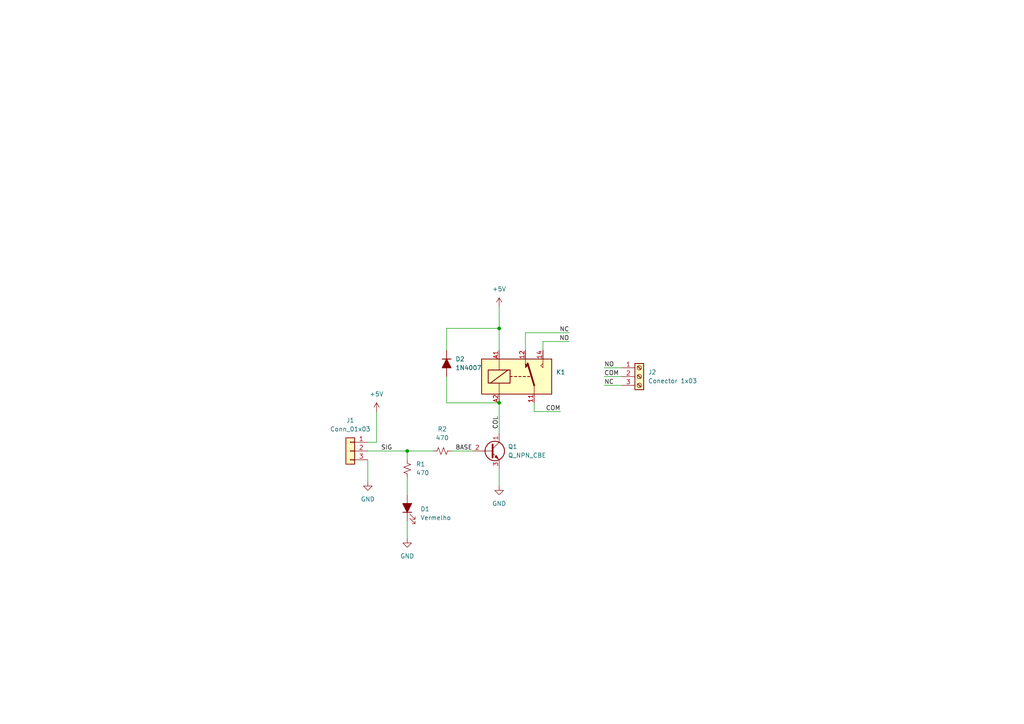
<source format=kicad_sch>
(kicad_sch (version 20250114) (generator "eeschema") (generator_version "9.0")
  (paper "A4")
  (title_block (title "Placa 1 - Módulo Relé") (rev "Primeira Revisão ") (company "IGZ "))
  (lib_symbols
    (symbol "Connector:Screw_Terminal_01x03" (pin_names (offset 1.016) (hide yes))
      (property "Reference" "J" (at 0 5.08 0))
      (property "Value" "Screw_Terminal_01x03" (at 0 -5.08 0))
      (symbol "Screw_Terminal_01x03_1_1"
        (rectangle (start -1.27 3.81) (end 1.27 -3.81) (stroke (width 0.254)) (fill (type background)))
        (polyline (pts (xy -0.5334 2.8702) (xy 0.3302 2.032)) (stroke (width 0.1524)))
        (polyline (pts (xy -0.5334 0.3302) (xy 0.3302 -0.508)) (stroke (width 0.1524)))
        (polyline (pts (xy -0.5334 -2.2098) (xy 0.3302 -3.048)) (stroke (width 0.1524)))
        (polyline (pts (xy -0.3556 3.048) (xy 0.508 2.2098)) (stroke (width 0.1524)))
        (polyline (pts (xy -0.3556 0.508) (xy 0.508 -0.3302)) (stroke (width 0.1524)))
        (polyline (pts (xy -0.3556 -2.032) (xy 0.508 -2.8702)) (stroke (width 0.1524)))
        (circle (center 0 2.54) (radius 0.635) (stroke (width 0.1524)))
        (circle (center 0 0) (radius 0.635) (stroke (width 0.1524)))
        (circle (center 0 -2.54) (radius 0.635) (stroke (width 0.1524)))
        (pin passive line (at -5.08 2.54 0) (length 3.81) (name "Pin_1") (number "1"))
        (pin passive line (at -5.08 0 0) (length 3.81) (name "Pin_2") (number "2"))
        (pin passive line (at -5.08 -2.54 0) (length 3.81) (name "Pin_3") (number "3"))
      )
    )
    (symbol "Connector_Generic:Conn_01x03" (pin_names (offset 1.016) (hide yes))
      (property "Reference" "J" (at 0 5.08 0))
      (property "Value" "Conn_01x03" (at 0 -5.08 0))
      (symbol "Conn_01x03_1_1"
        (rectangle (start -1.27 3.81) (end 1.27 -3.81) (stroke (width 0.254)) (fill (type background)))
        (rectangle (start -1.27 2.667) (end 0 2.413) (stroke (width 0.1524)))
        (rectangle (start -1.27 0.127) (end 0 -0.127) (stroke (width 0.1524)))
        (rectangle (start -1.27 -2.413) (end 0 -2.667) (stroke (width 0.1524)))
        (pin passive line (at -5.08 2.54 0) (length 3.81) (name "Pin_1") (number "1"))
        (pin passive line (at -5.08 0 0) (length 3.81) (name "Pin_2") (number "2"))
        (pin passive line (at -5.08 -2.54 0) (length 3.81) (name "Pin_3") (number "3"))
      )
    )
    (symbol "Device:D_Filled" (pin_numbers (hide yes)) (pin_names (offset 1.016) (hide yes))
      (property "Reference" "D" (at 0 2.54 0))
      (property "Value" "D_Filled" (at 0 -2.54 0))
      (symbol "D_Filled_0_1"
        (polyline (pts (xy -1.27 1.27) (xy -1.27 -1.27)) (stroke (width 0.254)))
        (polyline (pts (xy 1.27 1.27) (xy 1.27 -1.27) (xy -1.27 0) (xy 1.27 1.27)) (stroke (width 0.254)) (fill (type outline)))
        (polyline (pts (xy 1.27 0) (xy -1.27 0)))
      )
      (symbol "D_Filled_1_1"
        (pin passive line (at -3.81 0 0) (length 2.54) (name "K") (number "1"))
        (pin passive line (at 3.81 0 180) (length 2.54) (name "A") (number "2"))
      )
    )
    (symbol "Device:LED_Filled" (pin_numbers (hide yes)) (pin_names (offset 1.016) (hide yes))
      (property "Reference" "D" (at 0 2.54 0))
      (property "Value" "LED_Filled" (at 0 -2.54 0))
      (property "Sim.Pins" "1=K 2=A" (at 0 0 0))
      (symbol "LED_Filled_0_1"
        (polyline (pts (xy -3.048 -0.762) (xy -4.572 -2.286) (xy -3.81 -2.286) (xy -4.572 -2.286) (xy -4.572 -1.524)))
        (polyline (pts (xy -1.778 -0.762) (xy -3.302 -2.286) (xy -2.54 -2.286) (xy -3.302 -2.286) (xy -3.302 -1.524)))
        (polyline (pts (xy -1.27 0) (xy 1.27 0)))
        (polyline (pts (xy -1.27 -1.27) (xy -1.27 1.27)) (stroke (width 0.254)))
        (polyline (pts (xy 1.27 -1.27) (xy 1.27 1.27) (xy -1.27 0) (xy 1.27 -1.27)) (stroke (width 0.254)) (fill (type outline)))
      )
      (symbol "LED_Filled_1_1"
        (pin passive line (at -3.81 0 0) (length 2.54) (name "K") (number "1"))
        (pin passive line (at 3.81 0 180) (length 2.54) (name "A") (number "2"))
      )
    )
    (symbol "Device:R_Small_US" (pin_numbers (hide yes)) (pin_names (offset 0.254) (hide yes))
      (property "Reference" "R" (at 0.762 0.508 0))
      (property "Value" "R_Small_US" (at 0.762 -1.016 0))
      (symbol "R_Small_US_1_1"
        (polyline (pts (xy 0 1.524) (xy 1.016 1.143) (xy 0 0.762) (xy -1.016 0.381) (xy 0 0)))
        (polyline (pts (xy 0 0) (xy 1.016 -0.381) (xy 0 -0.762) (xy -1.016 -1.143) (xy 0 -1.524)))
        (pin passive line (at 0 2.54 270) (length 1.016) (name "~") (number "1"))
        (pin passive line (at 0 -2.54 90) (length 1.016) (name "~") (number "2"))
      )
    )
    (symbol "Relay:Relay_SPDT"
      (property "Reference" "K" (at 11.43 3.81 0))
      (property "Value" "Relay_SPDT" (at 11.43 1.27 0))
      (symbol "Relay_SPDT_0_0"
        (polyline (pts (xy 7.62 5.08) (xy 7.62 2.54) (xy 6.985 3.175) (xy 7.62 3.81)))
      )
      (symbol "Relay_SPDT_0_1"
        (rectangle (start -10.16 5.08) (end 10.16 -5.08) (stroke (width 0.254)) (fill (type background)))
        (rectangle (start -8.255 1.905) (end -1.905 -1.905) (stroke (width 0.254)))
        (polyline (pts (xy -7.62 -1.905) (xy -2.54 1.905)) (stroke (width 0.254)))
        (polyline (pts (xy -5.08 5.08) (xy -5.08 1.905)))
        (polyline (pts (xy -5.08 -5.08) (xy -5.08 -1.905)))
        (polyline (pts (xy -1.905 0) (xy -1.27 0)) (stroke (width 0.254)))
        (polyline (pts (xy -0.635 0) (xy 0 0)) (stroke (width 0.254)))
        (polyline (pts (xy 0.635 0) (xy 1.27 0)) (stroke (width 0.254)))
        (polyline (pts (xy 1.905 0) (xy 2.54 0)) (stroke (width 0.254)))
        (polyline (pts (xy 2.54 5.08) (xy 2.54 2.54) (xy 3.175 3.175) (xy 2.54 3.81)) (fill (type outline)))
        (polyline (pts (xy 3.175 0) (xy 3.81 0)) (stroke (width 0.254)))
        (polyline (pts (xy 5.08 -2.54) (xy 3.175 3.81)) (stroke (width 0.508)))
        (polyline (pts (xy 5.08 -2.54) (xy 5.08 -5.08)))
      )
      (symbol "Relay_SPDT_1_1"
        (pin passive line (at -5.08 7.62 270) (length 2.54) (name "~") (number "A1"))
        (pin passive line (at -5.08 -7.62 90) (length 2.54) (name "~") (number "A2"))
        (pin passive line (at 2.54 7.62 270) (length 2.54) (name "~") (number "12"))
        (pin passive line (at 5.08 -7.62 90) (length 2.54) (name "~") (number "11"))
        (pin passive line (at 7.62 7.62 270) (length 2.54) (name "~") (number "14"))
      )
    )
    (symbol "Transistor_BJT:Q_NPN_CBE" (pin_names (offset 0) (hide yes))
      (property "Reference" "Q" (at 5.08 1.27 0))
      (property "Value" "Q_NPN_CBE" (at 5.08 -1.27 0))
      (symbol "Q_NPN_CBE_0_1"
        (polyline (pts (xy -2.54 0) (xy 0.635 0)))
        (polyline (pts (xy 0.635 1.905) (xy 0.635 -1.905)) (stroke (width 0.508)))
        (circle (center 1.27 0) (radius 2.8194) (stroke (width 0.254)))
      )
      (symbol "Q_NPN_CBE_1_1"
        (polyline (pts (xy 0.635 0.635) (xy 2.54 2.54)))
        (polyline (pts (xy 0.635 -0.635) (xy 2.54 -2.54)))
        (polyline (pts (xy 1.27 -1.778) (xy 1.778 -1.27) (xy 2.286 -2.286) (xy 1.27 -1.778)) (fill (type outline)))
        (pin input line (at -5.08 0 0) (length 2.54) (name "B") (number "2"))
        (pin passive line (at 2.54 5.08 270) (length 2.54) (name "C") (number "1"))
        (pin passive line (at 2.54 -5.08 90) (length 2.54) (name "E") (number "3"))
      )
    )
    (symbol "power:+5V" (power) (pin_numbers (hide yes)) (pin_names (offset 0) (hide yes))
      (property "Value" "+5V" (at 0 3.556 0))
      (symbol "+5V_0_1"
        (polyline (pts (xy -0.762 1.27) (xy 0 2.54)))
        (polyline (pts (xy 0 2.54) (xy 0.762 1.27)))
        (polyline (pts (xy 0 0) (xy 0 2.54)))
      )
      (symbol "+5V_1_1"
        (pin power_in line (at 0 0 90) (length 0) (name "~") (number "1"))
      )
    )
    (symbol "power:GND" (power) (pin_numbers (hide yes)) (pin_names (offset 0) (hide yes))
      (property "Value" "GND" (at 0 -3.81 0))
      (symbol "GND_0_1"
        (polyline (pts (xy 0 0) (xy 0 -1.27) (xy 1.27 -1.27) (xy 0 -2.54) (xy -1.27 -1.27) (xy 0 -1.27)))
      )
      (symbol "GND_1_1"
        (pin power_in line (at 0 0 270) (length 0) (name "~") (number "1"))
      )
    )
  )
  (junction (at 118.11 130.81))
  (junction (at 144.78 95.25))
  (junction (at 144.78 116.84))
  (wire (pts (xy 118.11 130.81) (xy 125.73 130.81)))
  (wire (pts (xy 144.78 88.9) (xy 144.78 95.25)))
  (wire (pts (xy 154.94 119.38) (xy 162.56 119.38)))
  (wire (pts (xy 118.11 138.43) (xy 118.11 143.51)))
  (wire (pts (xy 118.11 151.13) (xy 118.11 156.21)))
  (wire (pts (xy 109.22 119.38) (xy 109.22 128.27)))
  (wire (pts (xy 175.26 111.76) (xy 180.34 111.76)))
  (wire (pts (xy 144.78 116.84) (xy 144.78 125.73)))
  (wire (pts (xy 106.68 133.35) (xy 106.68 139.7)))
  (wire (pts (xy 130.81 130.81) (xy 137.16 130.81)))
  (wire (pts (xy 129.54 101.6) (xy 129.54 95.25)))
  (wire (pts (xy 157.48 99.06) (xy 165.1 99.06)))
  (wire (pts (xy 118.11 130.81) (xy 118.11 133.35)))
  (wire (pts (xy 175.26 109.22) (xy 180.34 109.22)))
  (wire (pts (xy 129.54 109.22) (xy 129.54 116.84)))
  (wire (pts (xy 175.26 106.68) (xy 180.34 106.68)))
  (wire (pts (xy 144.78 95.25) (xy 144.78 101.6)))
  (wire (pts (xy 106.68 130.81) (xy 118.11 130.81)))
  (wire (pts (xy 154.94 116.84) (xy 154.94 119.38)))
  (wire (pts (xy 129.54 95.25) (xy 144.78 95.25)))
  (wire (pts (xy 152.4 101.6) (xy 152.4 96.52)))
  (wire (pts (xy 109.22 128.27) (xy 106.68 128.27)))
  (wire (pts (xy 152.4 96.52) (xy 165.1 96.52)))
  (wire (pts (xy 157.48 101.6) (xy 157.48 99.06)))
  (wire (pts (xy 129.54 116.84) (xy 144.78 116.84)))
  (wire (pts (xy 144.78 135.89) (xy 144.78 140.97)))
  (label "COL" (at 144.78 124.46 90))
  (label "NC" (at 175.26 111.76 0))
  (label "NO" (at 165.1 99.06 180))
  (label "BASE" (at 132.08 130.81 0))
  (label "SIG" (at 110.49 130.81 0))
  (label "COM" (at 162.56 119.38 180))
  (label "COM" (at 175.26 109.22 0))
  (label "NC" (at 165.1 96.52 180))
  (label "NO" (at 175.26 106.68 0))
  (symbol (lib_id "Connector:Screw_Terminal_01x03") (at 185.42 109.22 0) (unit 1)
    (property "Reference" "J2" (at 187.96 107.9499 0) (effects (justify left)))
    (property "Value" "Conector 1x03" (at 187.96 110.4899 0) (effects (justify left)))
    (property "Footprint" "TerminalBlock_Phoenix:TerminalBlock_Phoenix_MKDS-1,5-3-5.08_1x03_P5.08mm_Horizontal" (effects (hide yes)))
    (property "Description" "Generic screw terminal, single row, 01x03, script generated (kicad-library-utils/schlib/autogen/connector/)" (effects (hide yes)))
  )
  (symbol (lib_id "Device:R_Small_US") (at 128.27 130.81 90) (unit 1)
    (property "Reference" "R2" (at 128.27 124.46 90))
    (property "Value" "470" (at 128.27 127 90))
    (property "Footprint" "Resistor_THT:R_Axial_DIN0207_L6.3mm_D2.5mm_P10.16mm_Horizontal" (effects (hide yes)))
    (property "Description" "Resistor, small US symbol" (effects (hide yes)))
  )
  (symbol (lib_id "power:+5V") (at 144.78 88.9 0) (unit 1)
    (property "Reference" "#PWR05" (effects (hide yes)))
    (property "Value" "+5V" (at 144.78 83.82 0))
    (property "Description" "Power symbol creates a global label with name \"+5V\"" (effects (hide yes)))
  )
  (symbol (lib_id "power:GND") (at 106.68 139.7 0) (unit 1)
    (property "Reference" "#PWR01" (effects (hide yes)))
    (property "Value" "GND" (at 106.68 144.78 0))
    (property "Description" "Power symbol creates a global label with name \"GND\" , ground" (effects (hide yes)))
  )
  (symbol (lib_id "Connector_Generic:Conn_01x03") (at 101.6 130.81 0) (mirror y) (unit 1)
    (property "Reference" "J1" (at 101.6 121.92 0))
    (property "Value" "Conn_01x03" (at 101.6 124.46 0))
    (property "Footprint" "Connector_PinHeader_2.54mm:PinHeader_1x03_P2.54mm_Vertical" (effects (hide yes)))
    (property "Description" "Generic connector, single row, 01x03, script generated (kicad-library-utils/schlib/autogen/connector/)" (effects (hide yes)))
  )
  (symbol (lib_id "Device:LED_Filled") (at 118.11 147.32 90) (unit 1)
    (property "Reference" "D1" (at 121.92 147.6374 90) (effects (justify right)))
    (property "Value" "Vermelho" (at 121.92 150.1774 90) (effects (justify right)))
    (property "Footprint" "LED_THT:LED_D5.0mm" (effects (hide yes)))
    (property "Description" "Light emitting diode, filled shape" (effects (hide yes)))
    (property "Sim.Pins" "1=K 2=A" (effects (hide yes)))
  )
  (symbol (lib_id "power:GND") (at 118.11 156.21 0) (unit 1)
    (property "Reference" "#PWR02" (effects (hide yes)))
    (property "Value" "GND" (at 118.11 161.29 0))
    (property "Description" "Power symbol creates a global label with name \"GND\" , ground" (effects (hide yes)))
  )
  (symbol (lib_id "Device:R_Small_US") (at 118.11 135.89 0) (unit 1)
    (property "Reference" "R1" (at 120.65 134.6199 0) (effects (justify left)))
    (property "Value" "470" (at 120.65 137.1599 0) (effects (justify left)))
    (property "Footprint" "Resistor_THT:R_Axial_DIN0207_L6.3mm_D2.5mm_P10.16mm_Horizontal" (effects (hide yes)))
    (property "Description" "Resistor, small US symbol" (effects (hide yes)))
  )
  (symbol (lib_id "Transistor_BJT:Q_NPN_CBE") (at 142.24 130.81 0) (unit 1)
    (property "Reference" "Q1" (at 147.32 129.5399 0) (effects (justify left)))
    (property "Value" "Q_NPN_CBE" (at 147.32 132.0799 0) (effects (justify left)))
    (property "Footprint" "Package_TO_SOT_THT:TO-92L_Inline_Wide" (effects (hide yes)))
    (property "Description" "NPN transistor, collector/base/emitter" (effects (hide yes)))
    (property "Sim.Device" "NPN" (effects (hide yes)))
    (property "Sim.Pins" "1=C 2=B 3=E" (effects (hide yes)))
  )
  (symbol (lib_id "Device:D_Filled") (at 129.54 105.41 270) (unit 1)
    (property "Reference" "D2" (at 132.08 104.1399 90) (effects (justify left)))
    (property "Value" "1N4007" (at 132.08 106.6799 90) (effects (justify left)))
    (property "Footprint" "Diode_THT:D_DO-41_SOD81_P10.16mm_Horizontal" (effects (hide yes)))
    (property "Description" "Diode, filled shape" (effects (hide yes)))
    (property "Sim.Device" "D" (effects (hide yes)))
    (property "Sim.Pins" "1=K 2=A" (effects (hide yes)))
  )
  (symbol (lib_id "Relay:Relay_SPDT") (at 149.86 109.22 0) (unit 1)
    (property "Reference" "K1" (at 161.29 107.9499 0) (effects (justify left)))
    (property "Value" "Relay_SPDT" (effects (hide yes)))
    (property "Footprint" "Relay_THT:Relay_SPDT_Finder_36.11" (effects (hide yes)))
    (property "Description" "Relay SPDT, monostable, EN50005" (effects (hide yes)))
  )
  (symbol (lib_id "power:+5V") (at 109.22 119.38 0) (unit 1)
    (property "Reference" "#PWR04" (effects (hide yes)))
    (property "Value" "+5V" (at 109.22 114.3 0))
    (property "Description" "Power symbol creates a global label with name \"+5V\"" (effects (hide yes)))
  )
  (symbol (lib_id "power:GND") (at 144.78 140.97 0) (unit 1)
    (property "Reference" "#PWR03" (effects (hide yes)))
    (property "Value" "GND" (at 144.78 146.05 0))
    (property "Description" "Power symbol creates a global label with name \"GND\" , ground" (effects (hide yes)))
  )
)
</source>
